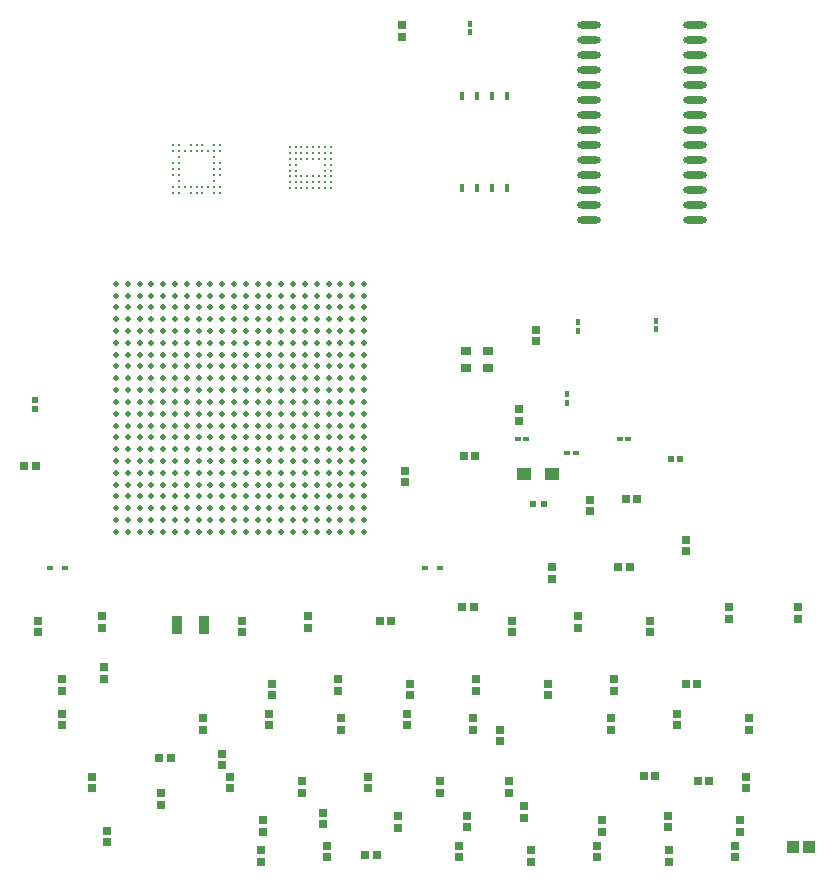
<source format=gtp>
G04*
G04 #@! TF.GenerationSoftware,Altium Limited,Altium Designer,21.0.8 (223)*
G04*
G04 Layer_Color=8421504*
%FSLAX25Y25*%
%MOIN*%
G70*
G04*
G04 #@! TF.SameCoordinates,1E681D1C-CCFD-48AA-A558-CB9795AED949*
G04*
G04*
G04 #@! TF.FilePolarity,Positive*
G04*
G01*
G75*
%ADD18R,0.03937X0.04134*%
%ADD19R,0.02029X0.01860*%
%ADD20R,0.01860X0.02029*%
%ADD21R,0.01890X0.01575*%
%ADD22R,0.03543X0.03150*%
%ADD23R,0.01772X0.01968*%
%ADD24R,0.02835X0.02992*%
%ADD25R,0.01968X0.01772*%
%ADD26R,0.04528X0.03937*%
%ADD27R,0.02992X0.02835*%
%ADD28R,0.01968X0.01968*%
%ADD29C,0.00984*%
%ADD30C,0.01968*%
G04:AMPARAMS|DCode=31|XSize=29.96mil|YSize=15.45mil|CornerRadius=7.73mil|HoleSize=0mil|Usage=FLASHONLY|Rotation=90.000|XOffset=0mil|YOffset=0mil|HoleType=Round|Shape=RoundedRectangle|*
%AMROUNDEDRECTD31*
21,1,0.02996,0.00000,0,0,90.0*
21,1,0.01451,0.01545,0,0,90.0*
1,1,0.01545,0.00000,0.00726*
1,1,0.01545,0.00000,-0.00726*
1,1,0.01545,0.00000,-0.00726*
1,1,0.01545,0.00000,0.00726*
%
%ADD31ROUNDEDRECTD31*%
%ADD32R,0.01545X0.02996*%
%ADD33R,0.02835X0.02835*%
%ADD34R,0.03740X0.06102*%
%ADD35R,0.02835X0.02835*%
%ADD36R,0.02559X0.02756*%
%ADD37O,0.07874X0.02362*%
D18*
X415744Y133500D02*
D03*
X421256D02*
D03*
D19*
X378000Y263000D02*
D03*
X375019D02*
D03*
D20*
X163000Y282490D02*
D03*
Y279510D02*
D03*
D21*
X173260Y226661D02*
D03*
X168063D02*
D03*
X298260D02*
D03*
X293063D02*
D03*
D22*
X306858Y298854D02*
D03*
X314142D02*
D03*
Y293146D02*
D03*
X306858D02*
D03*
D23*
X344000Y305500D02*
D03*
Y308453D02*
D03*
X370000Y306024D02*
D03*
Y308976D02*
D03*
X340500Y281547D02*
D03*
Y284500D02*
D03*
X308000Y405024D02*
D03*
Y407976D02*
D03*
D24*
X324500Y279390D02*
D03*
Y275610D02*
D03*
X330000Y306000D02*
D03*
Y302221D02*
D03*
X348000Y249279D02*
D03*
Y245500D02*
D03*
X260500Y134000D02*
D03*
Y130220D02*
D03*
X264000Y189390D02*
D03*
Y185610D02*
D03*
X185500Y210390D02*
D03*
Y206610D02*
D03*
X259000Y144890D02*
D03*
Y141110D02*
D03*
X287000Y178000D02*
D03*
Y174221D02*
D03*
X310000Y189390D02*
D03*
Y185610D02*
D03*
X187000Y139000D02*
D03*
Y135221D02*
D03*
X377000Y178000D02*
D03*
Y174221D02*
D03*
X374000Y144000D02*
D03*
Y140220D02*
D03*
X286500Y259000D02*
D03*
Y255221D02*
D03*
X228000Y157000D02*
D03*
Y153220D02*
D03*
X344000Y210390D02*
D03*
Y206610D02*
D03*
X335500Y226780D02*
D03*
Y223000D02*
D03*
X241000Y178000D02*
D03*
Y174221D02*
D03*
X225500Y164500D02*
D03*
Y160721D02*
D03*
X318000Y172500D02*
D03*
Y168720D02*
D03*
X380000Y235890D02*
D03*
Y232110D02*
D03*
X400000Y157000D02*
D03*
Y153220D02*
D03*
X172000Y178000D02*
D03*
Y174221D02*
D03*
X254000Y210390D02*
D03*
Y206610D02*
D03*
X304500Y134000D02*
D03*
Y130220D02*
D03*
X274000Y157000D02*
D03*
Y153220D02*
D03*
X182000Y157000D02*
D03*
Y153220D02*
D03*
X356000Y189390D02*
D03*
Y185610D02*
D03*
X396500Y134000D02*
D03*
Y130220D02*
D03*
X307000Y144000D02*
D03*
Y140220D02*
D03*
X172000Y189390D02*
D03*
Y185610D02*
D03*
X350500Y134000D02*
D03*
Y130220D02*
D03*
D25*
X324024Y269500D02*
D03*
X326976D02*
D03*
X358024D02*
D03*
X360976D02*
D03*
X340524Y265000D02*
D03*
X343476D02*
D03*
D26*
X326248Y258000D02*
D03*
X335500D02*
D03*
D27*
X309780Y264000D02*
D03*
X306000D02*
D03*
X363843Y249500D02*
D03*
X360063D02*
D03*
X369890Y157110D02*
D03*
X366110D02*
D03*
X159610Y260500D02*
D03*
X163390D02*
D03*
D28*
X332968Y248000D02*
D03*
X329031D02*
D03*
D29*
X209126Y367374D02*
D03*
X211094D02*
D03*
X215032D02*
D03*
X217000D02*
D03*
X218969D02*
D03*
X222905D02*
D03*
X224874D02*
D03*
X209126Y365406D02*
D03*
X211094D02*
D03*
X213063D02*
D03*
X215032D02*
D03*
X217000D02*
D03*
X218969D02*
D03*
X220937D02*
D03*
X222905D02*
D03*
X224874D02*
D03*
X211094Y363437D02*
D03*
X222905D02*
D03*
X209126Y361469D02*
D03*
X211094D02*
D03*
X222905D02*
D03*
X224874D02*
D03*
X209126Y359500D02*
D03*
X211094D02*
D03*
X222905D02*
D03*
X224874D02*
D03*
X209126Y357531D02*
D03*
X211094D02*
D03*
X222905D02*
D03*
X224874D02*
D03*
X211094Y355563D02*
D03*
X222905D02*
D03*
X209126Y353594D02*
D03*
X211094D02*
D03*
X213063D02*
D03*
X215032D02*
D03*
X217000D02*
D03*
X218969D02*
D03*
X220937D02*
D03*
X222905D02*
D03*
X224874D02*
D03*
X209126Y351626D02*
D03*
X211094D02*
D03*
X215032D02*
D03*
X217000D02*
D03*
X218969D02*
D03*
X222905D02*
D03*
X224874D02*
D03*
X261811Y353095D02*
D03*
X259842D02*
D03*
X257874D02*
D03*
X255906D02*
D03*
X253937D02*
D03*
X251969D02*
D03*
X250000D02*
D03*
X248031D02*
D03*
X261811Y355063D02*
D03*
X259842D02*
D03*
X257874D02*
D03*
X255906D02*
D03*
X253937D02*
D03*
X251969D02*
D03*
X250000D02*
D03*
X248031D02*
D03*
X261811Y357031D02*
D03*
X259842D02*
D03*
X257874D02*
D03*
X255906D02*
D03*
X253937D02*
D03*
X251969D02*
D03*
X250000D02*
D03*
X248031D02*
D03*
X261811Y359000D02*
D03*
X259842D02*
D03*
X250000D02*
D03*
X248031D02*
D03*
X261811Y360968D02*
D03*
X259842D02*
D03*
X250000D02*
D03*
X248031D02*
D03*
X261811Y362937D02*
D03*
X259842D02*
D03*
X257874D02*
D03*
X255906D02*
D03*
X253937D02*
D03*
X251969D02*
D03*
X250000D02*
D03*
X248031D02*
D03*
X261811Y364906D02*
D03*
X259842D02*
D03*
X257874D02*
D03*
X255906D02*
D03*
X253937D02*
D03*
X251969D02*
D03*
X250000D02*
D03*
X248031D02*
D03*
X261811Y366874D02*
D03*
X259842D02*
D03*
X257874D02*
D03*
X255906D02*
D03*
X253937D02*
D03*
X251969D02*
D03*
X250000D02*
D03*
X248031D02*
D03*
D30*
X272807Y321244D02*
D03*
Y317307D02*
D03*
Y313370D02*
D03*
Y309433D02*
D03*
Y305496D02*
D03*
Y301559D02*
D03*
Y297622D02*
D03*
Y293685D02*
D03*
Y289748D02*
D03*
Y285811D02*
D03*
Y281874D02*
D03*
Y277937D02*
D03*
Y274000D02*
D03*
Y270063D02*
D03*
Y266126D02*
D03*
Y262189D02*
D03*
Y258252D02*
D03*
Y254315D02*
D03*
Y250378D02*
D03*
Y246441D02*
D03*
Y242504D02*
D03*
Y238567D02*
D03*
X268870Y321244D02*
D03*
Y317307D02*
D03*
Y313370D02*
D03*
Y309433D02*
D03*
Y305496D02*
D03*
Y301559D02*
D03*
Y297622D02*
D03*
Y293685D02*
D03*
Y289748D02*
D03*
Y285811D02*
D03*
Y281874D02*
D03*
Y277937D02*
D03*
Y274000D02*
D03*
Y270063D02*
D03*
Y266126D02*
D03*
Y262189D02*
D03*
Y258252D02*
D03*
Y254315D02*
D03*
Y250378D02*
D03*
Y246441D02*
D03*
Y242504D02*
D03*
Y238567D02*
D03*
X264933Y321244D02*
D03*
Y317307D02*
D03*
Y313370D02*
D03*
Y309433D02*
D03*
Y305496D02*
D03*
Y301559D02*
D03*
Y297622D02*
D03*
Y293685D02*
D03*
Y289748D02*
D03*
Y285811D02*
D03*
Y281874D02*
D03*
Y277937D02*
D03*
Y274000D02*
D03*
Y270063D02*
D03*
Y266126D02*
D03*
Y262189D02*
D03*
Y258252D02*
D03*
Y254315D02*
D03*
Y250378D02*
D03*
Y246441D02*
D03*
Y242504D02*
D03*
Y238567D02*
D03*
X260996Y321244D02*
D03*
Y317307D02*
D03*
Y313370D02*
D03*
Y309433D02*
D03*
Y305496D02*
D03*
Y301559D02*
D03*
Y297622D02*
D03*
Y293685D02*
D03*
Y289748D02*
D03*
Y285811D02*
D03*
Y281874D02*
D03*
Y277937D02*
D03*
Y274000D02*
D03*
Y270063D02*
D03*
Y266126D02*
D03*
Y262189D02*
D03*
Y258252D02*
D03*
Y254315D02*
D03*
Y250378D02*
D03*
Y246441D02*
D03*
Y242504D02*
D03*
Y238567D02*
D03*
X257059Y321244D02*
D03*
Y317307D02*
D03*
Y313370D02*
D03*
Y309433D02*
D03*
Y305496D02*
D03*
Y301559D02*
D03*
Y297622D02*
D03*
Y293685D02*
D03*
Y289748D02*
D03*
Y285811D02*
D03*
Y281874D02*
D03*
Y277937D02*
D03*
Y274000D02*
D03*
Y270063D02*
D03*
Y266126D02*
D03*
Y262189D02*
D03*
Y258252D02*
D03*
Y254315D02*
D03*
Y250378D02*
D03*
Y246441D02*
D03*
Y242504D02*
D03*
Y238567D02*
D03*
X253122Y321244D02*
D03*
Y317307D02*
D03*
Y313370D02*
D03*
Y309433D02*
D03*
Y305496D02*
D03*
Y301559D02*
D03*
Y297622D02*
D03*
Y293685D02*
D03*
Y289748D02*
D03*
Y285811D02*
D03*
Y281874D02*
D03*
Y277937D02*
D03*
Y274000D02*
D03*
Y270063D02*
D03*
Y266126D02*
D03*
Y262189D02*
D03*
Y258252D02*
D03*
Y254315D02*
D03*
Y250378D02*
D03*
Y246441D02*
D03*
Y242504D02*
D03*
Y238567D02*
D03*
X249185Y321244D02*
D03*
Y317307D02*
D03*
Y313370D02*
D03*
Y309433D02*
D03*
Y305496D02*
D03*
Y301559D02*
D03*
Y297622D02*
D03*
Y293685D02*
D03*
Y289748D02*
D03*
Y285811D02*
D03*
Y281874D02*
D03*
Y277937D02*
D03*
Y274000D02*
D03*
Y270063D02*
D03*
Y266126D02*
D03*
Y262189D02*
D03*
Y258252D02*
D03*
Y254315D02*
D03*
Y250378D02*
D03*
Y246441D02*
D03*
Y242504D02*
D03*
Y238567D02*
D03*
X245248Y321244D02*
D03*
Y317307D02*
D03*
Y313370D02*
D03*
Y309433D02*
D03*
Y305496D02*
D03*
Y301559D02*
D03*
Y297622D02*
D03*
Y293685D02*
D03*
Y289748D02*
D03*
Y285811D02*
D03*
Y281874D02*
D03*
Y277937D02*
D03*
Y274000D02*
D03*
Y270063D02*
D03*
Y266126D02*
D03*
Y262189D02*
D03*
Y258252D02*
D03*
Y254315D02*
D03*
Y250378D02*
D03*
Y246441D02*
D03*
Y242504D02*
D03*
Y238567D02*
D03*
X241311Y321244D02*
D03*
Y317307D02*
D03*
Y313370D02*
D03*
Y309433D02*
D03*
Y305496D02*
D03*
Y301559D02*
D03*
Y297622D02*
D03*
Y293685D02*
D03*
Y289748D02*
D03*
Y285811D02*
D03*
Y281874D02*
D03*
Y277937D02*
D03*
Y274000D02*
D03*
Y270063D02*
D03*
Y266126D02*
D03*
Y262189D02*
D03*
Y258252D02*
D03*
Y254315D02*
D03*
Y250378D02*
D03*
Y246441D02*
D03*
Y242504D02*
D03*
Y238567D02*
D03*
X237374Y321244D02*
D03*
Y317307D02*
D03*
Y313370D02*
D03*
Y309433D02*
D03*
Y305496D02*
D03*
Y301559D02*
D03*
Y297622D02*
D03*
Y293685D02*
D03*
Y289748D02*
D03*
Y285811D02*
D03*
Y281874D02*
D03*
Y277937D02*
D03*
Y274000D02*
D03*
Y270063D02*
D03*
Y266126D02*
D03*
Y262189D02*
D03*
Y258252D02*
D03*
Y254315D02*
D03*
Y250378D02*
D03*
Y246441D02*
D03*
Y242504D02*
D03*
Y238567D02*
D03*
X233437Y321244D02*
D03*
Y317307D02*
D03*
Y313370D02*
D03*
Y309433D02*
D03*
Y305496D02*
D03*
Y301559D02*
D03*
Y297622D02*
D03*
Y293685D02*
D03*
Y289748D02*
D03*
Y285811D02*
D03*
Y281874D02*
D03*
Y277937D02*
D03*
Y274000D02*
D03*
Y270063D02*
D03*
Y266126D02*
D03*
Y262189D02*
D03*
Y258252D02*
D03*
Y254315D02*
D03*
Y250378D02*
D03*
Y246441D02*
D03*
Y242504D02*
D03*
Y238567D02*
D03*
X229500Y321244D02*
D03*
Y317307D02*
D03*
Y313370D02*
D03*
Y309433D02*
D03*
Y305496D02*
D03*
Y301559D02*
D03*
Y297622D02*
D03*
Y293685D02*
D03*
Y289748D02*
D03*
Y285811D02*
D03*
Y281874D02*
D03*
Y277937D02*
D03*
Y274000D02*
D03*
Y270063D02*
D03*
Y266126D02*
D03*
Y262189D02*
D03*
Y258252D02*
D03*
Y254315D02*
D03*
Y250378D02*
D03*
Y246441D02*
D03*
Y242504D02*
D03*
Y238567D02*
D03*
X225563Y321244D02*
D03*
Y317307D02*
D03*
Y313370D02*
D03*
Y309433D02*
D03*
Y305496D02*
D03*
Y301559D02*
D03*
Y297622D02*
D03*
Y293685D02*
D03*
Y289748D02*
D03*
Y285811D02*
D03*
Y281874D02*
D03*
Y277937D02*
D03*
Y274000D02*
D03*
Y270063D02*
D03*
Y266126D02*
D03*
Y262189D02*
D03*
Y258252D02*
D03*
Y254315D02*
D03*
Y250378D02*
D03*
Y246441D02*
D03*
Y242504D02*
D03*
Y238567D02*
D03*
X221626Y321244D02*
D03*
Y317307D02*
D03*
Y313370D02*
D03*
Y309433D02*
D03*
Y305496D02*
D03*
Y301559D02*
D03*
Y297622D02*
D03*
Y293685D02*
D03*
Y289748D02*
D03*
Y285811D02*
D03*
Y281874D02*
D03*
Y277937D02*
D03*
Y274000D02*
D03*
Y270063D02*
D03*
Y266126D02*
D03*
Y262189D02*
D03*
Y258252D02*
D03*
Y254315D02*
D03*
Y250378D02*
D03*
Y246441D02*
D03*
Y242504D02*
D03*
Y238567D02*
D03*
X217689Y321244D02*
D03*
Y317307D02*
D03*
Y313370D02*
D03*
Y309433D02*
D03*
Y305496D02*
D03*
Y301559D02*
D03*
Y297622D02*
D03*
Y293685D02*
D03*
Y289748D02*
D03*
Y285811D02*
D03*
Y281874D02*
D03*
Y277937D02*
D03*
Y274000D02*
D03*
Y270063D02*
D03*
Y266126D02*
D03*
Y262189D02*
D03*
Y258252D02*
D03*
Y254315D02*
D03*
Y250378D02*
D03*
Y246441D02*
D03*
Y242504D02*
D03*
Y238567D02*
D03*
X213752Y321244D02*
D03*
Y317307D02*
D03*
Y313370D02*
D03*
Y309433D02*
D03*
Y305496D02*
D03*
Y301559D02*
D03*
Y297622D02*
D03*
Y293685D02*
D03*
Y289748D02*
D03*
Y285811D02*
D03*
Y281874D02*
D03*
Y277937D02*
D03*
Y274000D02*
D03*
Y270063D02*
D03*
Y266126D02*
D03*
Y262189D02*
D03*
Y258252D02*
D03*
Y254315D02*
D03*
Y250378D02*
D03*
Y246441D02*
D03*
Y242504D02*
D03*
Y238567D02*
D03*
X209815Y321244D02*
D03*
Y317307D02*
D03*
Y313370D02*
D03*
Y309433D02*
D03*
Y305496D02*
D03*
Y301559D02*
D03*
Y297622D02*
D03*
Y293685D02*
D03*
Y289748D02*
D03*
Y285811D02*
D03*
Y281874D02*
D03*
Y277937D02*
D03*
Y274000D02*
D03*
Y270063D02*
D03*
Y266126D02*
D03*
Y262189D02*
D03*
Y258252D02*
D03*
Y254315D02*
D03*
Y250378D02*
D03*
Y246441D02*
D03*
Y242504D02*
D03*
Y238567D02*
D03*
X205878Y321244D02*
D03*
Y317307D02*
D03*
Y313370D02*
D03*
Y309433D02*
D03*
Y305496D02*
D03*
Y301559D02*
D03*
Y297622D02*
D03*
Y293685D02*
D03*
Y289748D02*
D03*
Y285811D02*
D03*
Y281874D02*
D03*
Y277937D02*
D03*
Y274000D02*
D03*
Y270063D02*
D03*
Y266126D02*
D03*
Y262189D02*
D03*
Y258252D02*
D03*
Y254315D02*
D03*
Y250378D02*
D03*
Y246441D02*
D03*
Y242504D02*
D03*
Y238567D02*
D03*
X201941Y321244D02*
D03*
Y317307D02*
D03*
Y313370D02*
D03*
Y309433D02*
D03*
Y305496D02*
D03*
Y301559D02*
D03*
Y297622D02*
D03*
Y293685D02*
D03*
Y289748D02*
D03*
Y285811D02*
D03*
Y281874D02*
D03*
Y277937D02*
D03*
Y274000D02*
D03*
Y270063D02*
D03*
Y266126D02*
D03*
Y262189D02*
D03*
Y258252D02*
D03*
Y254315D02*
D03*
Y250378D02*
D03*
Y246441D02*
D03*
Y242504D02*
D03*
Y238567D02*
D03*
X198004Y321244D02*
D03*
Y317307D02*
D03*
Y313370D02*
D03*
Y309433D02*
D03*
Y305496D02*
D03*
Y301559D02*
D03*
Y297622D02*
D03*
Y293685D02*
D03*
Y289748D02*
D03*
Y285811D02*
D03*
Y281874D02*
D03*
Y277937D02*
D03*
Y274000D02*
D03*
Y270063D02*
D03*
Y266126D02*
D03*
Y262189D02*
D03*
Y258252D02*
D03*
Y254315D02*
D03*
Y250378D02*
D03*
Y246441D02*
D03*
Y242504D02*
D03*
Y238567D02*
D03*
X194067Y321244D02*
D03*
Y317307D02*
D03*
Y313370D02*
D03*
Y309433D02*
D03*
Y305496D02*
D03*
Y301559D02*
D03*
Y297622D02*
D03*
Y293685D02*
D03*
Y289748D02*
D03*
Y285811D02*
D03*
Y281874D02*
D03*
Y277937D02*
D03*
Y274000D02*
D03*
Y270063D02*
D03*
Y266126D02*
D03*
Y262189D02*
D03*
Y258252D02*
D03*
Y254315D02*
D03*
Y250378D02*
D03*
Y246441D02*
D03*
Y242504D02*
D03*
Y238567D02*
D03*
X190130Y321244D02*
D03*
Y317307D02*
D03*
Y313370D02*
D03*
Y309433D02*
D03*
Y305496D02*
D03*
Y301559D02*
D03*
Y297622D02*
D03*
Y293685D02*
D03*
Y289748D02*
D03*
Y285811D02*
D03*
Y281874D02*
D03*
Y277937D02*
D03*
Y274000D02*
D03*
Y270063D02*
D03*
Y266126D02*
D03*
Y262189D02*
D03*
Y258252D02*
D03*
Y254315D02*
D03*
Y250378D02*
D03*
Y246441D02*
D03*
Y242504D02*
D03*
Y238567D02*
D03*
D31*
X305500Y383758D02*
D03*
X310500D02*
D03*
X315500D02*
D03*
X320500D02*
D03*
Y353242D02*
D03*
X315500D02*
D03*
X310500D02*
D03*
D32*
X305500D02*
D03*
D33*
X309000Y172642D02*
D03*
Y176579D02*
D03*
X219000Y172642D02*
D03*
Y176579D02*
D03*
X322000Y205031D02*
D03*
Y208968D02*
D03*
X401000Y172642D02*
D03*
Y176579D02*
D03*
X252000Y151642D02*
D03*
Y155579D02*
D03*
X265000Y172642D02*
D03*
Y176579D02*
D03*
X238500Y128642D02*
D03*
Y132579D02*
D03*
X368000Y205031D02*
D03*
Y208968D02*
D03*
X242000Y184031D02*
D03*
Y187969D02*
D03*
X232000Y205031D02*
D03*
Y208968D02*
D03*
X417500Y209642D02*
D03*
Y213579D02*
D03*
X355000Y172642D02*
D03*
Y176579D02*
D03*
X394500Y209642D02*
D03*
Y213579D02*
D03*
X164000Y205031D02*
D03*
Y208968D02*
D03*
X326000Y143142D02*
D03*
Y147079D02*
D03*
X288000Y184031D02*
D03*
Y187969D02*
D03*
X321000Y151642D02*
D03*
Y155579D02*
D03*
X374500Y128642D02*
D03*
Y132579D02*
D03*
X334000Y184031D02*
D03*
Y187969D02*
D03*
X205000Y147500D02*
D03*
Y151437D02*
D03*
X284000Y140000D02*
D03*
Y143937D02*
D03*
X328500Y128642D02*
D03*
Y132579D02*
D03*
X298000Y151642D02*
D03*
Y155579D02*
D03*
X398000Y138642D02*
D03*
Y142579D02*
D03*
X186000Y189532D02*
D03*
Y193468D02*
D03*
X352000Y138642D02*
D03*
Y142579D02*
D03*
X239000Y138642D02*
D03*
Y142579D02*
D03*
D34*
X219626Y207500D02*
D03*
X210374D02*
D03*
D35*
X204532Y163110D02*
D03*
X208469D02*
D03*
X357531Y227000D02*
D03*
X361469D02*
D03*
X384032Y155610D02*
D03*
X387968D02*
D03*
X278031Y209000D02*
D03*
X281968D02*
D03*
X305532Y213610D02*
D03*
X309469D02*
D03*
X380031Y188000D02*
D03*
X383968D02*
D03*
X273063Y131000D02*
D03*
X277000D02*
D03*
D36*
X285500Y403630D02*
D03*
Y407370D02*
D03*
D37*
X383217Y342500D02*
D03*
Y347500D02*
D03*
Y352500D02*
D03*
Y357500D02*
D03*
Y362500D02*
D03*
Y367500D02*
D03*
Y372500D02*
D03*
Y377500D02*
D03*
Y382500D02*
D03*
Y387500D02*
D03*
Y392500D02*
D03*
Y397500D02*
D03*
Y402500D02*
D03*
Y407500D02*
D03*
X347783Y342500D02*
D03*
Y347500D02*
D03*
Y352500D02*
D03*
Y357500D02*
D03*
Y362500D02*
D03*
Y367500D02*
D03*
Y372500D02*
D03*
Y377500D02*
D03*
Y382500D02*
D03*
Y387500D02*
D03*
Y392500D02*
D03*
Y397500D02*
D03*
Y402500D02*
D03*
Y407500D02*
D03*
M02*

</source>
